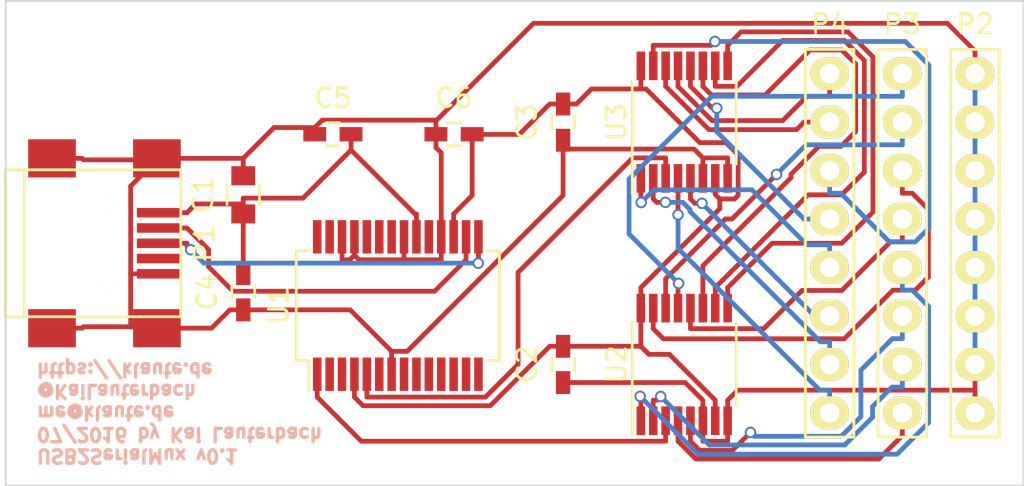
<source format=kicad_pcb>
(kicad_pcb (version 4) (host pcbnew 4.0.2+dfsg1-2~bpo8+1-stable)

  (general
    (links 62)
    (no_connects 0)
    (area 123.956999 91.025 180.368334 116.890001)
    (thickness 1.6)
    (drawings 5)
    (tracks 324)
    (zones 0)
    (modules 13)
    (nets 44)
  )

  (page A4)
  (layers
    (0 F.Cu signal)
    (31 B.Cu signal)
    (32 B.Adhes user)
    (33 F.Adhes user)
    (34 B.Paste user)
    (35 F.Paste user)
    (36 B.SilkS user)
    (37 F.SilkS user)
    (38 B.Mask user)
    (39 F.Mask user)
    (40 Dwgs.User user)
    (41 Cmts.User user)
    (42 Eco1.User user)
    (43 Eco2.User user)
    (44 Edge.Cuts user)
    (45 Margin user)
    (46 B.CrtYd user)
    (47 F.CrtYd user)
    (48 B.Fab user)
    (49 F.Fab user)
  )

  (setup
    (last_trace_width 0.25)
    (trace_clearance 0.2)
    (zone_clearance 0.508)
    (zone_45_only no)
    (trace_min 0.2)
    (segment_width 0.2)
    (edge_width 0.1)
    (via_size 0.6)
    (via_drill 0.4)
    (via_min_size 0.4)
    (via_min_drill 0.3)
    (uvia_size 0.3)
    (uvia_drill 0.1)
    (uvias_allowed no)
    (uvia_min_size 0.2)
    (uvia_min_drill 0.1)
    (pcb_text_width 0.3)
    (pcb_text_size 1.5 1.5)
    (mod_edge_width 0.15)
    (mod_text_size 1 1)
    (mod_text_width 0.15)
    (pad_size 1.5 1.5)
    (pad_drill 0.6)
    (pad_to_mask_clearance 0)
    (aux_axis_origin 0 0)
    (visible_elements FFFFFF7F)
    (pcbplotparams
      (layerselection 0x00030_80000001)
      (usegerberextensions false)
      (excludeedgelayer true)
      (linewidth 0.100000)
      (plotframeref false)
      (viasonmask false)
      (mode 1)
      (useauxorigin false)
      (hpglpennumber 1)
      (hpglpenspeed 20)
      (hpglpendiameter 15)
      (hpglpenoverlay 2)
      (psnegative false)
      (psa4output false)
      (plotreference true)
      (plotvalue true)
      (plotinvisibletext false)
      (padsonsilk false)
      (subtractmaskfromsilk false)
      (outputformat 1)
      (mirror false)
      (drillshape 1)
      (scaleselection 1)
      (outputdirectory ""))
  )

  (net 0 "")
  (net 1 GND)
  (net 2 +5V)
  (net 3 +3V3)
  (net 4 /D-)
  (net 5 /D+)
  (net 6 "Net-(P1-Pad4)")
  (net 7 "Net-(P3-Pad1)")
  (net 8 "Net-(P3-Pad2)")
  (net 9 "Net-(P3-Pad3)")
  (net 10 "Net-(P3-Pad4)")
  (net 11 "Net-(P3-Pad5)")
  (net 12 "Net-(P3-Pad6)")
  (net 13 "Net-(P3-Pad7)")
  (net 14 "Net-(P3-Pad8)")
  (net 15 "Net-(P4-Pad1)")
  (net 16 "Net-(P4-Pad2)")
  (net 17 "Net-(P4-Pad3)")
  (net 18 "Net-(P4-Pad4)")
  (net 19 "Net-(P4-Pad5)")
  (net 20 "Net-(P4-Pad6)")
  (net 21 "Net-(P4-Pad7)")
  (net 22 "Net-(P4-Pad8)")
  (net 23 /TxD_RxD)
  (net 24 "Net-(U1-Pad2)")
  (net 25 "Net-(U1-Pad3)")
  (net 26 /RxD_TxD)
  (net 27 "Net-(U1-Pad6)")
  (net 28 "Net-(U1-Pad8)")
  (net 29 "Net-(U1-Pad9)")
  (net 30 "Net-(U1-Pad10)")
  (net 31 "Net-(U1-Pad11)")
  (net 32 "Net-(U1-Pad12)")
  (net 33 "Net-(U1-Pad13)")
  (net 34 "Net-(U1-Pad14)")
  (net 35 "Net-(U1-Pad19)")
  (net 36 "Net-(U1-Pad22)")
  (net 37 "Net-(U1-Pad23)")
  (net 38 "Net-(U1-Pad24)")
  (net 39 "Net-(U1-Pad27)")
  (net 40 "Net-(U1-Pad28)")
  (net 41 /S2)
  (net 42 /S1)
  (net 43 /S0)

  (net_class Default "This is the default net class."
    (clearance 0.2)
    (trace_width 0.25)
    (via_dia 0.6)
    (via_drill 0.4)
    (uvia_dia 0.3)
    (uvia_drill 0.1)
    (add_net +3V3)
    (add_net +5V)
    (add_net /D+)
    (add_net /D-)
    (add_net /RxD_TxD)
    (add_net /S0)
    (add_net /S1)
    (add_net /S2)
    (add_net /TxD_RxD)
    (add_net GND)
    (add_net "Net-(P1-Pad4)")
    (add_net "Net-(P3-Pad1)")
    (add_net "Net-(P3-Pad2)")
    (add_net "Net-(P3-Pad3)")
    (add_net "Net-(P3-Pad4)")
    (add_net "Net-(P3-Pad5)")
    (add_net "Net-(P3-Pad6)")
    (add_net "Net-(P3-Pad7)")
    (add_net "Net-(P3-Pad8)")
    (add_net "Net-(P4-Pad1)")
    (add_net "Net-(P4-Pad2)")
    (add_net "Net-(P4-Pad3)")
    (add_net "Net-(P4-Pad4)")
    (add_net "Net-(P4-Pad5)")
    (add_net "Net-(P4-Pad6)")
    (add_net "Net-(P4-Pad7)")
    (add_net "Net-(P4-Pad8)")
    (add_net "Net-(U1-Pad10)")
    (add_net "Net-(U1-Pad11)")
    (add_net "Net-(U1-Pad12)")
    (add_net "Net-(U1-Pad13)")
    (add_net "Net-(U1-Pad14)")
    (add_net "Net-(U1-Pad19)")
    (add_net "Net-(U1-Pad2)")
    (add_net "Net-(U1-Pad22)")
    (add_net "Net-(U1-Pad23)")
    (add_net "Net-(U1-Pad24)")
    (add_net "Net-(U1-Pad27)")
    (add_net "Net-(U1-Pad28)")
    (add_net "Net-(U1-Pad3)")
    (add_net "Net-(U1-Pad6)")
    (add_net "Net-(U1-Pad8)")
    (add_net "Net-(U1-Pad9)")
  )

  (module Housings_SSOP:TSSOP-16_4.4x5mm_Pitch0.65mm (layer F.Cu) (tedit 5789E955) (tstamp 5789E0C1)
    (at 160.02 110.49 90)
    (descr "16-Lead Plastic Thin Shrink Small Outline (ST)-4.4 mm Body [TSSOP] (see Microchip Packaging Specification 00000049BS.pdf)")
    (tags "SSOP 0.65")
    (path /5789DF39)
    (attr smd)
    (fp_text reference U2 (at 0 -3.55 90) (layer F.SilkS)
      (effects (font (size 1 1) (thickness 0.15)))
    )
    (fp_text value 74HC4051 (at 0 3.55 90) (layer F.Fab) hide
      (effects (font (size 1 1) (thickness 0.15)))
    )
    (fp_line (start -3.95 -2.8) (end -3.95 2.8) (layer F.CrtYd) (width 0.05))
    (fp_line (start 3.95 -2.8) (end 3.95 2.8) (layer F.CrtYd) (width 0.05))
    (fp_line (start -3.95 -2.8) (end 3.95 -2.8) (layer F.CrtYd) (width 0.05))
    (fp_line (start -3.95 2.8) (end 3.95 2.8) (layer F.CrtYd) (width 0.05))
    (fp_line (start -2.2 2.725) (end 2.2 2.725) (layer F.SilkS) (width 0.15))
    (fp_line (start -3.775 -2.725) (end 2.2 -2.725) (layer F.SilkS) (width 0.15))
    (pad 1 smd rect (at -2.95 -2.275 90) (size 1.5 0.45) (layers F.Cu F.Paste F.Mask)
      (net 11 "Net-(P3-Pad5)"))
    (pad 2 smd rect (at -2.95 -1.625 90) (size 1.5 0.45) (layers F.Cu F.Paste F.Mask)
      (net 13 "Net-(P3-Pad7)"))
    (pad 3 smd rect (at -2.95 -0.975 90) (size 1.5 0.45) (layers F.Cu F.Paste F.Mask)
      (net 23 /TxD_RxD))
    (pad 4 smd rect (at -2.95 -0.325 90) (size 1.5 0.45) (layers F.Cu F.Paste F.Mask)
      (net 14 "Net-(P3-Pad8)"))
    (pad 5 smd rect (at -2.95 0.325 90) (size 1.5 0.45) (layers F.Cu F.Paste F.Mask)
      (net 12 "Net-(P3-Pad6)"))
    (pad 6 smd rect (at -2.95 0.975 90) (size 1.5 0.45) (layers F.Cu F.Paste F.Mask)
      (net 1 GND))
    (pad 7 smd rect (at -2.95 1.625 90) (size 1.5 0.45) (layers F.Cu F.Paste F.Mask)
      (net 3 +3V3))
    (pad 8 smd rect (at -2.95 2.275 90) (size 1.5 0.45) (layers F.Cu F.Paste F.Mask)
      (net 1 GND))
    (pad 9 smd rect (at 2.95 2.275 90) (size 1.5 0.45) (layers F.Cu F.Paste F.Mask)
      (net 41 /S2))
    (pad 10 smd rect (at 2.95 1.625 90) (size 1.5 0.45) (layers F.Cu F.Paste F.Mask)
      (net 42 /S1))
    (pad 11 smd rect (at 2.95 0.975 90) (size 1.5 0.45) (layers F.Cu F.Paste F.Mask)
      (net 43 /S0))
    (pad 12 smd rect (at 2.95 0.325 90) (size 1.5 0.45) (layers F.Cu F.Paste F.Mask)
      (net 10 "Net-(P3-Pad4)"))
    (pad 13 smd rect (at 2.95 -0.325 90) (size 1.5 0.45) (layers F.Cu F.Paste F.Mask)
      (net 7 "Net-(P3-Pad1)"))
    (pad 14 smd rect (at 2.95 -0.975 90) (size 1.5 0.45) (layers F.Cu F.Paste F.Mask)
      (net 8 "Net-(P3-Pad2)"))
    (pad 15 smd rect (at 2.95 -1.625 90) (size 1.5 0.45) (layers F.Cu F.Paste F.Mask)
      (net 9 "Net-(P3-Pad3)"))
    (pad 16 smd rect (at 2.95 -2.275 90) (size 1.5 0.45) (layers F.Cu F.Paste F.Mask)
      (net 3 +3V3))
    (model Housings_SSOP.3dshapes/TSSOP-16_4.4x5mm_Pitch0.65mm.wrl
      (at (xyz 0 0 0))
      (scale (xyz 1 1 1))
      (rotate (xyz 0 0 0))
    )
  )

  (module Housings_SSOP:SSOP-28_5.3x10.2mm_Pitch0.65mm (layer F.Cu) (tedit 5789E9AC) (tstamp 5789E0AD)
    (at 145.009 107.404 90)
    (descr "28-Lead Plastic Shrink Small Outline (SS)-5.30 mm Body [SSOP] (see Microchip Packaging Specification 00000049BS.pdf)")
    (tags "SSOP 0.65")
    (path /5789EA06)
    (attr smd)
    (fp_text reference U1 (at 0 -6.25 90) (layer F.SilkS)
      (effects (font (size 1 1) (thickness 0.15)))
    )
    (fp_text value FT232RL (at 0 6.25 90) (layer F.Fab) hide
      (effects (font (size 1 1) (thickness 0.15)))
    )
    (fp_line (start -4.75 -5.5) (end -4.75 5.5) (layer F.CrtYd) (width 0.05))
    (fp_line (start 4.75 -5.5) (end 4.75 5.5) (layer F.CrtYd) (width 0.05))
    (fp_line (start -4.75 -5.5) (end 4.75 -5.5) (layer F.CrtYd) (width 0.05))
    (fp_line (start -4.75 5.5) (end 4.75 5.5) (layer F.CrtYd) (width 0.05))
    (fp_line (start -2.875 -5.325) (end -2.875 -4.675) (layer F.SilkS) (width 0.15))
    (fp_line (start 2.875 -5.325) (end 2.875 -4.675) (layer F.SilkS) (width 0.15))
    (fp_line (start 2.875 5.325) (end 2.875 4.675) (layer F.SilkS) (width 0.15))
    (fp_line (start -2.875 5.325) (end -2.875 4.675) (layer F.SilkS) (width 0.15))
    (fp_line (start -2.875 -5.325) (end 2.875 -5.325) (layer F.SilkS) (width 0.15))
    (fp_line (start -2.875 5.325) (end 2.875 5.325) (layer F.SilkS) (width 0.15))
    (fp_line (start -2.875 -4.675) (end -4.475 -4.675) (layer F.SilkS) (width 0.15))
    (pad 1 smd rect (at -3.6 -4.225 90) (size 1.75 0.45) (layers F.Cu F.Paste F.Mask)
      (net 23 /TxD_RxD))
    (pad 2 smd rect (at -3.6 -3.575 90) (size 1.75 0.45) (layers F.Cu F.Paste F.Mask)
      (net 24 "Net-(U1-Pad2)"))
    (pad 3 smd rect (at -3.6 -2.925 90) (size 1.75 0.45) (layers F.Cu F.Paste F.Mask)
      (net 25 "Net-(U1-Pad3)"))
    (pad 4 smd rect (at -3.6 -2.275 90) (size 1.75 0.45) (layers F.Cu F.Paste F.Mask)
      (net 3 +3V3))
    (pad 5 smd rect (at -3.6 -1.625 90) (size 1.75 0.45) (layers F.Cu F.Paste F.Mask)
      (net 26 /RxD_TxD))
    (pad 6 smd rect (at -3.6 -0.975 90) (size 1.75 0.45) (layers F.Cu F.Paste F.Mask)
      (net 27 "Net-(U1-Pad6)"))
    (pad 7 smd rect (at -3.6 -0.325 90) (size 1.75 0.45) (layers F.Cu F.Paste F.Mask)
      (net 1 GND))
    (pad 8 smd rect (at -3.6 0.325 90) (size 1.75 0.45) (layers F.Cu F.Paste F.Mask)
      (net 28 "Net-(U1-Pad8)"))
    (pad 9 smd rect (at -3.6 0.975 90) (size 1.75 0.45) (layers F.Cu F.Paste F.Mask)
      (net 29 "Net-(U1-Pad9)"))
    (pad 10 smd rect (at -3.6 1.625 90) (size 1.75 0.45) (layers F.Cu F.Paste F.Mask)
      (net 30 "Net-(U1-Pad10)"))
    (pad 11 smd rect (at -3.6 2.275 90) (size 1.75 0.45) (layers F.Cu F.Paste F.Mask)
      (net 31 "Net-(U1-Pad11)"))
    (pad 12 smd rect (at -3.6 2.925 90) (size 1.75 0.45) (layers F.Cu F.Paste F.Mask)
      (net 32 "Net-(U1-Pad12)"))
    (pad 13 smd rect (at -3.6 3.575 90) (size 1.75 0.45) (layers F.Cu F.Paste F.Mask)
      (net 33 "Net-(U1-Pad13)"))
    (pad 14 smd rect (at -3.6 4.225 90) (size 1.75 0.45) (layers F.Cu F.Paste F.Mask)
      (net 34 "Net-(U1-Pad14)"))
    (pad 15 smd rect (at 3.6 4.225 90) (size 1.75 0.45) (layers F.Cu F.Paste F.Mask)
      (net 5 /D+))
    (pad 16 smd rect (at 3.6 3.575 90) (size 1.75 0.45) (layers F.Cu F.Paste F.Mask)
      (net 4 /D-))
    (pad 17 smd rect (at 3.6 2.925 90) (size 1.75 0.45) (layers F.Cu F.Paste F.Mask)
      (net 3 +3V3))
    (pad 18 smd rect (at 3.6 2.275 90) (size 1.75 0.45) (layers F.Cu F.Paste F.Mask)
      (net 1 GND))
    (pad 19 smd rect (at 3.6 1.625 90) (size 1.75 0.45) (layers F.Cu F.Paste F.Mask)
      (net 35 "Net-(U1-Pad19)"))
    (pad 20 smd rect (at 3.6 0.975 90) (size 1.75 0.45) (layers F.Cu F.Paste F.Mask)
      (net 2 +5V))
    (pad 21 smd rect (at 3.6 0.325 90) (size 1.75 0.45) (layers F.Cu F.Paste F.Mask)
      (net 1 GND))
    (pad 22 smd rect (at 3.6 -0.325 90) (size 1.75 0.45) (layers F.Cu F.Paste F.Mask)
      (net 36 "Net-(U1-Pad22)"))
    (pad 23 smd rect (at 3.6 -0.975 90) (size 1.75 0.45) (layers F.Cu F.Paste F.Mask)
      (net 37 "Net-(U1-Pad23)"))
    (pad 24 smd rect (at 3.6 -1.625 90) (size 1.75 0.45) (layers F.Cu F.Paste F.Mask)
      (net 38 "Net-(U1-Pad24)"))
    (pad 25 smd rect (at 3.6 -2.275 90) (size 1.75 0.45) (layers F.Cu F.Paste F.Mask)
      (net 1 GND))
    (pad 26 smd rect (at 3.6 -2.925 90) (size 1.75 0.45) (layers F.Cu F.Paste F.Mask)
      (net 1 GND))
    (pad 27 smd rect (at 3.6 -3.575 90) (size 1.75 0.45) (layers F.Cu F.Paste F.Mask)
      (net 39 "Net-(U1-Pad27)"))
    (pad 28 smd rect (at 3.6 -4.225 90) (size 1.75 0.45) (layers F.Cu F.Paste F.Mask)
      (net 40 "Net-(U1-Pad28)"))
    (model Housings_SSOP.3dshapes/SSOP-28_5.3x10.2mm_Pitch0.65mm.wrl
      (at (xyz 0 0 0))
      (scale (xyz 1 1 1))
      (rotate (xyz 0 0 0))
    )
  )

  (module Pin_Headers:Pin_Header_Straight_1x08 (layer F.Cu) (tedit 578A5A28) (tstamp 5789E08D)
    (at 167.64 95.25)
    (descr "Through hole pin header")
    (tags "pin header")
    (path /57880227)
    (fp_text reference P4 (at 0 -2.6) (layer F.SilkS)
      (effects (font (size 1 1) (thickness 0.15)))
    )
    (fp_text value CONN_01X08 (at 0 -3.1) (layer F.Fab) hide
      (effects (font (size 1 1) (thickness 0.15)))
    )
    (fp_line (start -1.27 1.27) (end -1.27 -1.27) (layer F.SilkS) (width 0.15))
    (fp_line (start -1.27 -1.27) (end 1.27 -1.27) (layer F.SilkS) (width 0.15))
    (fp_line (start 1.27 -1.27) (end 1.27 1.27) (layer F.SilkS) (width 0.15))
    (fp_line (start -1.75 -1.75) (end -1.75 19.55) (layer F.CrtYd) (width 0.05))
    (fp_line (start 1.75 -1.75) (end 1.75 19.55) (layer F.CrtYd) (width 0.05))
    (fp_line (start -1.75 -1.75) (end 1.75 -1.75) (layer F.CrtYd) (width 0.05))
    (fp_line (start -1.75 19.55) (end 1.75 19.55) (layer F.CrtYd) (width 0.05))
    (fp_line (start 1.27 1.27) (end 1.27 19.05) (layer F.SilkS) (width 0.15))
    (fp_line (start 1.27 19.05) (end -1.27 19.05) (layer F.SilkS) (width 0.15))
    (fp_line (start -1.27 19.05) (end -1.27 1.27) (layer F.SilkS) (width 0.15))
    (pad 1 thru_hole oval (at 0 0) (size 2.032 1.7272) (drill 1.016) (layers *.Cu *.Mask F.SilkS)
      (net 15 "Net-(P4-Pad1)"))
    (pad 2 thru_hole oval (at 0 2.54) (size 2.032 1.7272) (drill 1.016) (layers *.Cu *.Mask F.SilkS)
      (net 16 "Net-(P4-Pad2)"))
    (pad 3 thru_hole oval (at 0 5.08) (size 2.032 1.7272) (drill 1.016) (layers *.Cu *.Mask F.SilkS)
      (net 17 "Net-(P4-Pad3)"))
    (pad 4 thru_hole oval (at 0 7.62) (size 2.032 1.7272) (drill 1.016) (layers *.Cu *.Mask F.SilkS)
      (net 18 "Net-(P4-Pad4)"))
    (pad 5 thru_hole oval (at 0 10.16) (size 2.032 1.7272) (drill 1.016) (layers *.Cu *.Mask F.SilkS)
      (net 19 "Net-(P4-Pad5)"))
    (pad 6 thru_hole oval (at 0 12.7) (size 2.032 1.7272) (drill 1.016) (layers *.Cu *.Mask F.SilkS)
      (net 20 "Net-(P4-Pad6)"))
    (pad 7 thru_hole oval (at 0 15.24) (size 2.032 1.7272) (drill 1.016) (layers *.Cu *.Mask F.SilkS)
      (net 21 "Net-(P4-Pad7)"))
    (pad 8 thru_hole oval (at 0 17.78) (size 2.032 1.7272) (drill 1.016) (layers *.Cu *.Mask F.SilkS)
      (net 22 "Net-(P4-Pad8)"))
    (model Pin_Headers.3dshapes/Pin_Header_Straight_1x08.wrl
      (at (xyz 0 -0.35 0))
      (scale (xyz 1 1 1))
      (rotate (xyz 0 0 90))
    )
  )

  (module Pin_Headers:Pin_Header_Straight_1x08 (layer F.Cu) (tedit 578A5A87) (tstamp 5789E075)
    (at 175.26 95.25)
    (descr "Through hole pin header")
    (tags "pin header")
    (path /578802D4)
    (fp_text reference P2 (at 0 -2.6) (layer F.SilkS)
      (effects (font (size 1 1) (thickness 0.15)))
    )
    (fp_text value CONN_01X08 (at 0 -3.1) (layer F.Fab) hide
      (effects (font (size 1 1) (thickness 0.15)))
    )
    (fp_line (start -1.27 1.27) (end -1.27 -1.27) (layer F.SilkS) (width 0.15))
    (fp_line (start -1.27 -1.27) (end 1.27 -1.27) (layer F.SilkS) (width 0.15))
    (fp_line (start 1.27 -1.27) (end 1.27 1.27) (layer F.SilkS) (width 0.15))
    (fp_line (start -1.75 -1.75) (end -1.75 19.55) (layer F.CrtYd) (width 0.05))
    (fp_line (start 1.75 -1.75) (end 1.75 19.55) (layer F.CrtYd) (width 0.05))
    (fp_line (start -1.75 -1.75) (end 1.75 -1.75) (layer F.CrtYd) (width 0.05))
    (fp_line (start -1.75 19.55) (end 1.75 19.55) (layer F.CrtYd) (width 0.05))
    (fp_line (start 1.27 1.27) (end 1.27 19.05) (layer F.SilkS) (width 0.15))
    (fp_line (start 1.27 19.05) (end -1.27 19.05) (layer F.SilkS) (width 0.15))
    (fp_line (start -1.27 19.05) (end -1.27 1.27) (layer F.SilkS) (width 0.15))
    (pad 1 thru_hole oval (at 0 0) (size 2.032 1.7272) (drill 1.016) (layers *.Cu *.Mask F.SilkS)
      (net 1 GND))
    (pad 2 thru_hole oval (at 0 2.54) (size 2.032 1.7272) (drill 1.016) (layers *.Cu *.Mask F.SilkS)
      (net 1 GND))
    (pad 3 thru_hole oval (at 0 5.08) (size 2.032 1.7272) (drill 1.016) (layers *.Cu *.Mask F.SilkS)
      (net 1 GND))
    (pad 4 thru_hole oval (at 0 7.62) (size 2.032 1.7272) (drill 1.016) (layers *.Cu *.Mask F.SilkS)
      (net 1 GND))
    (pad 5 thru_hole oval (at 0 10.16) (size 2.032 1.7272) (drill 1.016) (layers *.Cu *.Mask F.SilkS)
      (net 1 GND))
    (pad 6 thru_hole oval (at 0 12.7) (size 2.032 1.7272) (drill 1.016) (layers *.Cu *.Mask F.SilkS)
      (net 1 GND))
    (pad 7 thru_hole oval (at 0 15.24) (size 2.032 1.7272) (drill 1.016) (layers *.Cu *.Mask F.SilkS)
      (net 1 GND))
    (pad 8 thru_hole oval (at 0 17.78) (size 2.032 1.7272) (drill 1.016) (layers *.Cu *.Mask F.SilkS)
      (net 1 GND))
    (model Pin_Headers.3dshapes/Pin_Header_Straight_1x08.wrl
      (at (xyz 0 -0.35 0))
      (scale (xyz 1 1 1))
      (rotate (xyz 0 0 90))
    )
  )

  (module Pin_Headers:Pin_Header_Straight_1x08 (layer F.Cu) (tedit 578A5A68) (tstamp 5789E081)
    (at 171.45 95.25)
    (descr "Through hole pin header")
    (tags "pin header")
    (path /578800A6)
    (fp_text reference P3 (at 0 -2.6) (layer F.SilkS)
      (effects (font (size 1 1) (thickness 0.15)))
    )
    (fp_text value CONN_01X08 (at 0 -3.1) (layer F.Fab) hide
      (effects (font (size 1 1) (thickness 0.15)))
    )
    (fp_line (start -1.27 1.27) (end -1.27 -1.27) (layer F.SilkS) (width 0.15))
    (fp_line (start -1.27 -1.27) (end 1.27 -1.27) (layer F.SilkS) (width 0.15))
    (fp_line (start 1.27 -1.27) (end 1.27 1.27) (layer F.SilkS) (width 0.15))
    (fp_line (start -1.75 -1.75) (end -1.75 19.55) (layer F.CrtYd) (width 0.05))
    (fp_line (start 1.75 -1.75) (end 1.75 19.55) (layer F.CrtYd) (width 0.05))
    (fp_line (start -1.75 -1.75) (end 1.75 -1.75) (layer F.CrtYd) (width 0.05))
    (fp_line (start -1.75 19.55) (end 1.75 19.55) (layer F.CrtYd) (width 0.05))
    (fp_line (start 1.27 1.27) (end 1.27 19.05) (layer F.SilkS) (width 0.15))
    (fp_line (start 1.27 19.05) (end -1.27 19.05) (layer F.SilkS) (width 0.15))
    (fp_line (start -1.27 19.05) (end -1.27 1.27) (layer F.SilkS) (width 0.15))
    (pad 1 thru_hole oval (at 0 0) (size 2.032 1.7272) (drill 1.016) (layers *.Cu *.Mask F.SilkS)
      (net 7 "Net-(P3-Pad1)"))
    (pad 2 thru_hole oval (at 0 2.54) (size 2.032 1.7272) (drill 1.016) (layers *.Cu *.Mask F.SilkS)
      (net 8 "Net-(P3-Pad2)"))
    (pad 3 thru_hole oval (at 0 5.08) (size 2.032 1.7272) (drill 1.016) (layers *.Cu *.Mask F.SilkS)
      (net 9 "Net-(P3-Pad3)"))
    (pad 4 thru_hole oval (at 0 7.62) (size 2.032 1.7272) (drill 1.016) (layers *.Cu *.Mask F.SilkS)
      (net 10 "Net-(P3-Pad4)"))
    (pad 5 thru_hole oval (at 0 10.16) (size 2.032 1.7272) (drill 1.016) (layers *.Cu *.Mask F.SilkS)
      (net 11 "Net-(P3-Pad5)"))
    (pad 6 thru_hole oval (at 0 12.7) (size 2.032 1.7272) (drill 1.016) (layers *.Cu *.Mask F.SilkS)
      (net 12 "Net-(P3-Pad6)"))
    (pad 7 thru_hole oval (at 0 15.24) (size 2.032 1.7272) (drill 1.016) (layers *.Cu *.Mask F.SilkS)
      (net 13 "Net-(P3-Pad7)"))
    (pad 8 thru_hole oval (at 0 17.78) (size 2.032 1.7272) (drill 1.016) (layers *.Cu *.Mask F.SilkS)
      (net 14 "Net-(P3-Pad8)"))
    (model Pin_Headers.3dshapes/Pin_Header_Straight_1x08.wrl
      (at (xyz 0 -0.35 0))
      (scale (xyz 1 1 1))
      (rotate (xyz 0 0 90))
    )
  )

  (module Capacitors_SMD:C_0805 (layer F.Cu) (tedit 5789E98B) (tstamp 5789E04A)
    (at 136.906 101.6 90)
    (descr "Capacitor SMD 0805, reflow soldering, AVX (see smccp.pdf)")
    (tags "capacitor 0805")
    (path /57894879)
    (attr smd)
    (fp_text reference C1 (at 0 -2.1 90) (layer F.SilkS)
      (effects (font (size 1 1) (thickness 0.15)))
    )
    (fp_text value 4,7u (at 0 2.1 90) (layer F.Fab) hide
      (effects (font (size 1 1) (thickness 0.15)))
    )
    (fp_line (start -1.8 -1) (end 1.8 -1) (layer F.CrtYd) (width 0.05))
    (fp_line (start -1.8 1) (end 1.8 1) (layer F.CrtYd) (width 0.05))
    (fp_line (start -1.8 -1) (end -1.8 1) (layer F.CrtYd) (width 0.05))
    (fp_line (start 1.8 -1) (end 1.8 1) (layer F.CrtYd) (width 0.05))
    (fp_line (start 0.5 -0.85) (end -0.5 -0.85) (layer F.SilkS) (width 0.15))
    (fp_line (start -0.5 0.85) (end 0.5 0.85) (layer F.SilkS) (width 0.15))
    (pad 1 smd rect (at -1 0 90) (size 1 1.25) (layers F.Cu F.Paste F.Mask)
      (net 2 +5V))
    (pad 2 smd rect (at 1 0 90) (size 1 1.25) (layers F.Cu F.Paste F.Mask)
      (net 1 GND))
    (model Capacitors_SMD.3dshapes/C_0805.wrl
      (at (xyz 0 0 0))
      (scale (xyz 1 1 1))
      (rotate (xyz 0 0 0))
    )
  )

  (module Capacitors_SMD:C_0603_HandSoldering (layer F.Cu) (tedit 5789E9B4) (tstamp 5789E050)
    (at 153.67 110.49 90)
    (descr "Capacitor SMD 0603, hand soldering")
    (tags "capacitor 0603")
    (path /57892EC4)
    (attr smd)
    (fp_text reference C2 (at 0 -1.9 90) (layer F.SilkS)
      (effects (font (size 1 1) (thickness 0.15)))
    )
    (fp_text value 100n (at 0 1.9 90) (layer F.Fab) hide
      (effects (font (size 1 1) (thickness 0.15)))
    )
    (fp_line (start -1.85 -0.75) (end 1.85 -0.75) (layer F.CrtYd) (width 0.05))
    (fp_line (start -1.85 0.75) (end 1.85 0.75) (layer F.CrtYd) (width 0.05))
    (fp_line (start -1.85 -0.75) (end -1.85 0.75) (layer F.CrtYd) (width 0.05))
    (fp_line (start 1.85 -0.75) (end 1.85 0.75) (layer F.CrtYd) (width 0.05))
    (fp_line (start -0.35 -0.6) (end 0.35 -0.6) (layer F.SilkS) (width 0.15))
    (fp_line (start 0.35 0.6) (end -0.35 0.6) (layer F.SilkS) (width 0.15))
    (pad 1 smd rect (at -0.95 0 90) (size 1.2 0.75) (layers F.Cu F.Paste F.Mask)
      (net 1 GND))
    (pad 2 smd rect (at 0.95 0 90) (size 1.2 0.75) (layers F.Cu F.Paste F.Mask)
      (net 3 +3V3))
    (model Capacitors_SMD.3dshapes/C_0603_HandSoldering.wrl
      (at (xyz 0 0 0))
      (scale (xyz 1 1 1))
      (rotate (xyz 0 0 0))
    )
  )

  (module Capacitors_SMD:C_0603_HandSoldering (layer F.Cu) (tedit 5789E93C) (tstamp 5789E056)
    (at 153.67 97.79 90)
    (descr "Capacitor SMD 0603, hand soldering")
    (tags "capacitor 0603")
    (path /57893092)
    (attr smd)
    (fp_text reference C3 (at 0 -1.9 90) (layer F.SilkS)
      (effects (font (size 1 1) (thickness 0.15)))
    )
    (fp_text value 100n (at 0 1.9 90) (layer F.Fab) hide
      (effects (font (size 1 1) (thickness 0.15)))
    )
    (fp_line (start -1.85 -0.75) (end 1.85 -0.75) (layer F.CrtYd) (width 0.05))
    (fp_line (start -1.85 0.75) (end 1.85 0.75) (layer F.CrtYd) (width 0.05))
    (fp_line (start -1.85 -0.75) (end -1.85 0.75) (layer F.CrtYd) (width 0.05))
    (fp_line (start 1.85 -0.75) (end 1.85 0.75) (layer F.CrtYd) (width 0.05))
    (fp_line (start -0.35 -0.6) (end 0.35 -0.6) (layer F.SilkS) (width 0.15))
    (fp_line (start 0.35 0.6) (end -0.35 0.6) (layer F.SilkS) (width 0.15))
    (pad 1 smd rect (at -0.95 0 90) (size 1.2 0.75) (layers F.Cu F.Paste F.Mask)
      (net 1 GND))
    (pad 2 smd rect (at 0.95 0 90) (size 1.2 0.75) (layers F.Cu F.Paste F.Mask)
      (net 3 +3V3))
    (model Capacitors_SMD.3dshapes/C_0603_HandSoldering.wrl
      (at (xyz 0 0 0))
      (scale (xyz 1 1 1))
      (rotate (xyz 0 0 0))
    )
  )

  (module Capacitors_SMD:C_0603_HandSoldering (layer F.Cu) (tedit 5789E9A1) (tstamp 5789E05C)
    (at 136.906 106.68 270)
    (descr "Capacitor SMD 0603, hand soldering")
    (tags "capacitor 0603")
    (path /578961B9)
    (attr smd)
    (fp_text reference C4 (at 0 1.9 270) (layer F.SilkS)
      (effects (font (size 1 1) (thickness 0.15)))
    )
    (fp_text value 10n (at 0 1.9 270) (layer F.Fab) hide
      (effects (font (size 1 1) (thickness 0.15)))
    )
    (fp_line (start -1.85 -0.75) (end 1.85 -0.75) (layer F.CrtYd) (width 0.05))
    (fp_line (start -1.85 0.75) (end 1.85 0.75) (layer F.CrtYd) (width 0.05))
    (fp_line (start -1.85 -0.75) (end -1.85 0.75) (layer F.CrtYd) (width 0.05))
    (fp_line (start 1.85 -0.75) (end 1.85 0.75) (layer F.CrtYd) (width 0.05))
    (fp_line (start -0.35 -0.6) (end 0.35 -0.6) (layer F.SilkS) (width 0.15))
    (fp_line (start 0.35 0.6) (end -0.35 0.6) (layer F.SilkS) (width 0.15))
    (pad 1 smd rect (at -0.95 0 270) (size 1.2 0.75) (layers F.Cu F.Paste F.Mask)
      (net 2 +5V))
    (pad 2 smd rect (at 0.95 0 270) (size 1.2 0.75) (layers F.Cu F.Paste F.Mask)
      (net 1 GND))
    (model Capacitors_SMD.3dshapes/C_0603_HandSoldering.wrl
      (at (xyz 0 0 0))
      (scale (xyz 1 1 1))
      (rotate (xyz 0 0 0))
    )
  )

  (module Housings_SSOP:TSSOP-16_4.4x5mm_Pitch0.65mm (layer F.Cu) (tedit 5789E94E) (tstamp 5789E0D5)
    (at 160.02 97.79 90)
    (descr "16-Lead Plastic Thin Shrink Small Outline (ST)-4.4 mm Body [TSSOP] (see Microchip Packaging Specification 00000049BS.pdf)")
    (tags "SSOP 0.65")
    (path /5789E407)
    (attr smd)
    (fp_text reference U3 (at 0 -3.55 90) (layer F.SilkS)
      (effects (font (size 1 1) (thickness 0.15)))
    )
    (fp_text value 74HCT4051 (at 0 3.55 90) (layer F.Fab) hide
      (effects (font (size 1 1) (thickness 0.15)))
    )
    (fp_line (start -3.95 -2.8) (end -3.95 2.8) (layer F.CrtYd) (width 0.05))
    (fp_line (start 3.95 -2.8) (end 3.95 2.8) (layer F.CrtYd) (width 0.05))
    (fp_line (start -3.95 -2.8) (end 3.95 -2.8) (layer F.CrtYd) (width 0.05))
    (fp_line (start -3.95 2.8) (end 3.95 2.8) (layer F.CrtYd) (width 0.05))
    (fp_line (start -2.2 2.725) (end 2.2 2.725) (layer F.SilkS) (width 0.15))
    (fp_line (start -3.775 -2.725) (end 2.2 -2.725) (layer F.SilkS) (width 0.15))
    (pad 1 smd rect (at -2.95 -2.275 90) (size 1.5 0.45) (layers F.Cu F.Paste F.Mask)
      (net 19 "Net-(P4-Pad5)"))
    (pad 2 smd rect (at -2.95 -1.625 90) (size 1.5 0.45) (layers F.Cu F.Paste F.Mask)
      (net 21 "Net-(P4-Pad7)"))
    (pad 3 smd rect (at -2.95 -0.975 90) (size 1.5 0.45) (layers F.Cu F.Paste F.Mask)
      (net 26 /RxD_TxD))
    (pad 4 smd rect (at -2.95 -0.325 90) (size 1.5 0.45) (layers F.Cu F.Paste F.Mask)
      (net 22 "Net-(P4-Pad8)"))
    (pad 5 smd rect (at -2.95 0.325 90) (size 1.5 0.45) (layers F.Cu F.Paste F.Mask)
      (net 20 "Net-(P4-Pad6)"))
    (pad 6 smd rect (at -2.95 0.975 90) (size 1.5 0.45) (layers F.Cu F.Paste F.Mask)
      (net 1 GND))
    (pad 7 smd rect (at -2.95 1.625 90) (size 1.5 0.45) (layers F.Cu F.Paste F.Mask)
      (net 3 +3V3))
    (pad 8 smd rect (at -2.95 2.275 90) (size 1.5 0.45) (layers F.Cu F.Paste F.Mask)
      (net 1 GND))
    (pad 9 smd rect (at 2.95 2.275 90) (size 1.5 0.45) (layers F.Cu F.Paste F.Mask)
      (net 41 /S2))
    (pad 10 smd rect (at 2.95 1.625 90) (size 1.5 0.45) (layers F.Cu F.Paste F.Mask)
      (net 42 /S1))
    (pad 11 smd rect (at 2.95 0.975 90) (size 1.5 0.45) (layers F.Cu F.Paste F.Mask)
      (net 43 /S0))
    (pad 12 smd rect (at 2.95 0.325 90) (size 1.5 0.45) (layers F.Cu F.Paste F.Mask)
      (net 18 "Net-(P4-Pad4)"))
    (pad 13 smd rect (at 2.95 -0.325 90) (size 1.5 0.45) (layers F.Cu F.Paste F.Mask)
      (net 15 "Net-(P4-Pad1)"))
    (pad 14 smd rect (at 2.95 -0.975 90) (size 1.5 0.45) (layers F.Cu F.Paste F.Mask)
      (net 16 "Net-(P4-Pad2)"))
    (pad 15 smd rect (at 2.95 -1.625 90) (size 1.5 0.45) (layers F.Cu F.Paste F.Mask)
      (net 17 "Net-(P4-Pad3)"))
    (pad 16 smd rect (at 2.95 -2.275 90) (size 1.5 0.45) (layers F.Cu F.Paste F.Mask)
      (net 3 +3V3))
    (model Housings_SSOP.3dshapes/TSSOP-16_4.4x5mm_Pitch0.65mm.wrl
      (at (xyz 0 0 0))
      (scale (xyz 1 1 1))
      (rotate (xyz 0 0 0))
    )
  )

  (module Capacitors_SMD:C_0603_HandSoldering (layer F.Cu) (tedit 5789E95E) (tstamp 5789E66D)
    (at 141.605 98.425)
    (descr "Capacitor SMD 0603, hand soldering")
    (tags "capacitor 0603")
    (path /57892620)
    (attr smd)
    (fp_text reference C5 (at 0 -1.9) (layer F.SilkS)
      (effects (font (size 1 1) (thickness 0.15)))
    )
    (fp_text value 100n (at 0 1.9) (layer F.Fab) hide
      (effects (font (size 1 1) (thickness 0.15)))
    )
    (fp_line (start -1.85 -0.75) (end 1.85 -0.75) (layer F.CrtYd) (width 0.05))
    (fp_line (start -1.85 0.75) (end 1.85 0.75) (layer F.CrtYd) (width 0.05))
    (fp_line (start -1.85 -0.75) (end -1.85 0.75) (layer F.CrtYd) (width 0.05))
    (fp_line (start 1.85 -0.75) (end 1.85 0.75) (layer F.CrtYd) (width 0.05))
    (fp_line (start -0.35 -0.6) (end 0.35 -0.6) (layer F.SilkS) (width 0.15))
    (fp_line (start 0.35 0.6) (end -0.35 0.6) (layer F.SilkS) (width 0.15))
    (pad 1 smd rect (at -0.95 0) (size 1.2 0.75) (layers F.Cu F.Paste F.Mask)
      (net 1 GND))
    (pad 2 smd rect (at 0.95 0) (size 1.2 0.75) (layers F.Cu F.Paste F.Mask)
      (net 2 +5V))
    (model Capacitors_SMD.3dshapes/C_0603_HandSoldering.wrl
      (at (xyz 0 0 0))
      (scale (xyz 1 1 1))
      (rotate (xyz 0 0 0))
    )
  )

  (module Capacitors_SMD:C_0603_HandSoldering (layer F.Cu) (tedit 5789E981) (tstamp 5789E673)
    (at 147.955 98.425 180)
    (descr "Capacitor SMD 0603, hand soldering")
    (tags "capacitor 0603")
    (path /57892501)
    (attr smd)
    (fp_text reference C6 (at 0 1.9 180) (layer F.SilkS)
      (effects (font (size 1 1) (thickness 0.15)))
    )
    (fp_text value 100n (at 0 1.9 180) (layer F.Fab) hide
      (effects (font (size 1 1) (thickness 0.15)))
    )
    (fp_line (start -1.85 -0.75) (end 1.85 -0.75) (layer F.CrtYd) (width 0.05))
    (fp_line (start -1.85 0.75) (end 1.85 0.75) (layer F.CrtYd) (width 0.05))
    (fp_line (start -1.85 -0.75) (end -1.85 0.75) (layer F.CrtYd) (width 0.05))
    (fp_line (start 1.85 -0.75) (end 1.85 0.75) (layer F.CrtYd) (width 0.05))
    (fp_line (start -0.35 -0.6) (end 0.35 -0.6) (layer F.SilkS) (width 0.15))
    (fp_line (start 0.35 0.6) (end -0.35 0.6) (layer F.SilkS) (width 0.15))
    (pad 1 smd rect (at -0.95 0 180) (size 1.2 0.75) (layers F.Cu F.Paste F.Mask)
      (net 3 +3V3))
    (pad 2 smd rect (at 0.95 0 180) (size 1.2 0.75) (layers F.Cu F.Paste F.Mask)
      (net 1 GND))
    (model Capacitors_SMD.3dshapes/C_0603_HandSoldering.wrl
      (at (xyz 0 0 0))
      (scale (xyz 1 1 1))
      (rotate (xyz 0 0 0))
    )
  )

  (module Connect:USB_Mini-B (layer F.Cu) (tedit 578A65F5) (tstamp 578A65DB)
    (at 129.032 104.14)
    (descr "USB Mini-B 5-pin SMD connector")
    (tags "USB USB_B USB_Mini connector")
    (path /578834A3)
    (attr smd)
    (fp_text reference P1 (at 5.842 0 90) (layer F.SilkS)
      (effects (font (size 1 1) (thickness 0.15)))
    )
    (fp_text value USB_OTG (at 0 -7.0993) (layer F.Fab) hide
      (effects (font (size 1 1) (thickness 0.15)))
    )
    (fp_line (start -4.85 -5.7) (end 4.85 -5.7) (layer F.CrtYd) (width 0.05))
    (fp_line (start 4.85 -5.7) (end 4.85 5.7) (layer F.CrtYd) (width 0.05))
    (fp_line (start 4.85 5.7) (end -4.85 5.7) (layer F.CrtYd) (width 0.05))
    (fp_line (start -4.85 5.7) (end -4.85 -5.7) (layer F.CrtYd) (width 0.05))
    (fp_line (start -3.59918 -3.85064) (end -3.59918 3.85064) (layer F.SilkS) (width 0.15))
    (fp_line (start -4.59994 -3.85064) (end -4.59994 3.85064) (layer F.SilkS) (width 0.15))
    (fp_line (start -4.59994 3.85064) (end 4.59994 3.85064) (layer F.SilkS) (width 0.15))
    (fp_line (start 4.59994 3.85064) (end 4.59994 -3.85064) (layer F.SilkS) (width 0.15))
    (fp_line (start 4.59994 -3.85064) (end -4.59994 -3.85064) (layer F.SilkS) (width 0.15))
    (pad 1 smd rect (at 3.44932 -1.6002) (size 2.30124 0.50038) (layers F.Cu F.Paste F.Mask)
      (net 2 +5V))
    (pad 2 smd rect (at 3.44932 -0.8001) (size 2.30124 0.50038) (layers F.Cu F.Paste F.Mask)
      (net 4 /D-))
    (pad 3 smd rect (at 3.44932 0) (size 2.30124 0.50038) (layers F.Cu F.Paste F.Mask)
      (net 5 /D+))
    (pad 4 smd rect (at 3.44932 0.8001) (size 2.30124 0.50038) (layers F.Cu F.Paste F.Mask)
      (net 6 "Net-(P1-Pad4)"))
    (pad 5 smd rect (at 3.44932 1.6002) (size 2.30124 0.50038) (layers F.Cu F.Paste F.Mask)
      (net 1 GND))
    (pad 6 smd rect (at 3.35026 -4.45008) (size 2.49936 1.99898) (layers F.Cu F.Paste F.Mask)
      (net 1 GND))
    (pad 6 smd rect (at -2.14884 -4.45008) (size 2.49936 1.99898) (layers F.Cu F.Paste F.Mask)
      (net 1 GND))
    (pad 6 smd rect (at 3.35026 4.45008) (size 2.49936 1.99898) (layers F.Cu F.Paste F.Mask)
      (net 1 GND))
    (pad 6 smd rect (at -2.14884 4.45008) (size 2.49936 1.99898) (layers F.Cu F.Paste F.Mask)
      (net 1 GND))
    (pad "" np_thru_hole circle (at 0.8509 -2.19964) (size 0.89916 0.89916) (drill 0.89916) (layers *.Cu *.Mask F.SilkS))
    (pad "" np_thru_hole circle (at 0.8509 2.19964) (size 0.89916 0.89916) (drill 0.89916) (layers *.Cu *.Mask F.SilkS))
  )

  (gr_text "USB2SerialMux v0.1\n07/2016 by Kai Lauterbach\nme@klaute.de\n@KaiLauterbach\nhttps://klaute.de" (at 125.984 113.03 180) (layer B.SilkS)
    (effects (font (size 0.7 0.7) (thickness 0.175)) (justify left mirror))
  )
  (gr_line (start 177.8 116.84) (end 124.46 116.84) (angle 90) (layer Edge.Cuts) (width 0.1))
  (gr_line (start 177.8 91.44) (end 177.8 116.84) (angle 90) (layer Edge.Cuts) (width 0.1))
  (gr_line (start 124.46 91.44) (end 177.8 91.44) (angle 90) (layer Edge.Cuts) (width 0.1))
  (gr_line (start 124.46 116.84) (end 124.46 91.44) (angle 90) (layer Edge.Cuts) (width 0.1))

  (segment (start 175.26 100.33) (end 175.26 97.79) (width 0.25) (layer B.Cu) (net 1))
  (segment (start 175.26 97.79) (end 175.26 95.25) (width 0.25) (layer B.Cu) (net 1))
  (segment (start 128.5349 99.7666) (end 132.3823 99.7666) (width 0.25) (layer F.Cu) (net 1))
  (segment (start 128.4582 99.6899) (end 128.5349 99.7666) (width 0.25) (layer F.Cu) (net 1))
  (segment (start 132.3823 99.6899) (end 132.3823 99.7666) (width 0.25) (layer F.Cu) (net 1))
  (segment (start 126.8832 99.6899) (end 128.4582 99.6899) (width 0.25) (layer F.Cu) (net 1))
  (segment (start 140.655 98.425) (end 140.655 98.0748) (width 0.25) (layer F.Cu) (net 1))
  (segment (start 136.906 100.6) (end 136.906 99.7747) (width 0.25) (layer F.Cu) (net 1))
  (segment (start 175.26 113.03) (end 175.26 111.8411) (width 0.25) (layer F.Cu) (net 1))
  (segment (start 175.26 100.33) (end 175.26 101.5189) (width 0.25) (layer B.Cu) (net 1))
  (segment (start 175.26 105.41) (end 175.26 102.87) (width 0.25) (layer B.Cu) (net 1))
  (segment (start 175.26 102.87) (end 175.26 101.5189) (width 0.25) (layer B.Cu) (net 1))
  (segment (start 132.3823 99.6899) (end 133.9573 99.6899) (width 0.25) (layer F.Cu) (net 1))
  (segment (start 136.906 99.6899) (end 133.9573 99.6899) (width 0.25) (layer F.Cu) (net 1))
  (segment (start 136.906 99.6899) (end 136.906 99.7747) (width 0.25) (layer F.Cu) (net 1))
  (segment (start 142.734 103.804) (end 142.734 104.4041) (width 0.25) (layer F.Cu) (net 1))
  (segment (start 142.084 103.804) (end 142.084 105.0043) (width 0.25) (layer F.Cu) (net 1))
  (segment (start 131.0054 101.1435) (end 132.3823 99.7666) (width 0.25) (layer F.Cu) (net 1))
  (segment (start 131.0054 105.7402) (end 131.0054 101.1435) (width 0.25) (layer F.Cu) (net 1))
  (segment (start 132.4813 105.7402) (end 131.0054 105.7402) (width 0.25) (layer F.Cu) (net 1))
  (segment (start 147.284 103.804) (end 147.284 105.0043) (width 0.25) (layer F.Cu) (net 1))
  (segment (start 126.8832 108.5901) (end 128.4582 108.5901) (width 0.25) (layer F.Cu) (net 1))
  (segment (start 145.334 105.0043) (end 147.284 105.0043) (width 0.25) (layer F.Cu) (net 1))
  (segment (start 145.334 103.804) (end 145.334 105.0043) (width 0.25) (layer F.Cu) (net 1))
  (segment (start 142.9712 105.0043) (end 145.334 105.0043) (width 0.25) (layer F.Cu) (net 1))
  (segment (start 142.734 104.7671) (end 142.9712 105.0043) (width 0.25) (layer F.Cu) (net 1))
  (segment (start 142.734 104.4041) (end 142.734 104.7671) (width 0.25) (layer F.Cu) (net 1))
  (segment (start 142.4968 105.0043) (end 142.084 105.0043) (width 0.25) (layer F.Cu) (net 1))
  (segment (start 142.734 104.7671) (end 142.4968 105.0043) (width 0.25) (layer F.Cu) (net 1))
  (segment (start 175.26 105.41) (end 175.26 107.95) (width 0.25) (layer B.Cu) (net 1))
  (segment (start 175.26 107.95) (end 175.26 110.49) (width 0.25) (layer B.Cu) (net 1))
  (segment (start 160.0703 111.44) (end 154.3703 111.44) (width 0.25) (layer F.Cu) (net 1))
  (segment (start 160.995 112.3647) (end 160.0703 111.44) (width 0.25) (layer F.Cu) (net 1))
  (segment (start 138.5211 98.0748) (end 136.906 99.6899) (width 0.25) (layer F.Cu) (net 1))
  (segment (start 140.655 98.0748) (end 138.5211 98.0748) (width 0.25) (layer F.Cu) (net 1))
  (segment (start 153.9076 111.44) (end 154.3703 111.44) (width 0.25) (layer F.Cu) (net 1))
  (segment (start 153.9076 111.44) (end 153.67 111.44) (width 0.25) (layer F.Cu) (net 1))
  (segment (start 141.0408 97.689) (end 140.655 98.0748) (width 0.25) (layer F.Cu) (net 1))
  (segment (start 146.9692 97.689) (end 141.0408 97.689) (width 0.25) (layer F.Cu) (net 1))
  (segment (start 147.005 97.7248) (end 146.9692 97.689) (width 0.25) (layer F.Cu) (net 1))
  (segment (start 175.26 95.25) (end 175.26 94.0611) (width 0.25) (layer F.Cu) (net 1))
  (segment (start 160.995 113.44) (end 160.995 112.3647) (width 0.25) (layer F.Cu) (net 1))
  (segment (start 147.005 98.425) (end 147.005 97.7248) (width 0.25) (layer F.Cu) (net 1))
  (segment (start 147.284 99.4043) (end 147.284 103.804) (width 0.25) (layer F.Cu) (net 1))
  (segment (start 147.005 99.1253) (end 147.284 99.4043) (width 0.25) (layer F.Cu) (net 1))
  (segment (start 147.005 98.425) (end 147.005 99.1253) (width 0.25) (layer F.Cu) (net 1))
  (segment (start 162.295 114.5153) (end 160.995 114.5153) (width 0.25) (layer F.Cu) (net 1))
  (segment (start 162.295 113.44) (end 162.295 114.5153) (width 0.25) (layer F.Cu) (net 1))
  (segment (start 160.995 113.44) (end 160.995 114.5153) (width 0.25) (layer F.Cu) (net 1))
  (segment (start 160.995 100.74) (end 160.995 99.6647) (width 0.25) (layer F.Cu) (net 1))
  (segment (start 162.295 99.6647) (end 160.995 99.6647) (width 0.25) (layer F.Cu) (net 1))
  (segment (start 162.295 100.74) (end 162.295 99.6647) (width 0.25) (layer F.Cu) (net 1))
  (segment (start 175.26 110.49) (end 175.26 111.8411) (width 0.25) (layer F.Cu) (net 1))
  (segment (start 162.295 113.44) (end 162.295 112.3647) (width 0.25) (layer F.Cu) (net 1))
  (segment (start 162.8186 111.8411) (end 162.295 112.3647) (width 0.25) (layer F.Cu) (net 1))
  (segment (start 175.26 111.8411) (end 162.8186 111.8411) (width 0.25) (layer F.Cu) (net 1))
  (segment (start 128.5349 108.5134) (end 131.0054 108.5134) (width 0.25) (layer F.Cu) (net 1))
  (segment (start 128.4582 108.5901) (end 128.5349 108.5134) (width 0.25) (layer F.Cu) (net 1))
  (segment (start 131.0054 108.5134) (end 131.0054 105.7402) (width 0.25) (layer F.Cu) (net 1))
  (segment (start 152.1182 92.6116) (end 147.005 97.7248) (width 0.25) (layer F.Cu) (net 1))
  (segment (start 173.8105 92.6116) (end 152.1182 92.6116) (width 0.25) (layer F.Cu) (net 1))
  (segment (start 175.26 94.0611) (end 173.8105 92.6116) (width 0.25) (layer F.Cu) (net 1))
  (segment (start 144.684 111.004) (end 144.684 109.9163) (width 0.25) (layer F.Cu) (net 1))
  (segment (start 144.684 109.9163) (end 144.684 109.8037) (width 0.25) (layer F.Cu) (net 1))
  (segment (start 153.67 101.63) (end 153.67 99.2031) (width 0.25) (layer F.Cu) (net 1))
  (segment (start 145.4963 109.8037) (end 153.67 101.63) (width 0.25) (layer F.Cu) (net 1))
  (segment (start 144.684 109.8037) (end 145.4963 109.8037) (width 0.25) (layer F.Cu) (net 1))
  (segment (start 160.5334 99.2031) (end 153.67 99.2031) (width 0.25) (layer F.Cu) (net 1))
  (segment (start 160.995 99.6647) (end 160.5334 99.2031) (width 0.25) (layer F.Cu) (net 1))
  (segment (start 153.67 99.2031) (end 153.67 98.74) (width 0.25) (layer F.Cu) (net 1))
  (segment (start 132.3056 108.5134) (end 132.3823 108.5901) (width 0.25) (layer F.Cu) (net 1))
  (segment (start 131.0054 108.5134) (end 132.3056 108.5134) (width 0.25) (layer F.Cu) (net 1))
  (segment (start 142.5103 107.63) (end 144.684 109.8037) (width 0.25) (layer F.Cu) (net 1))
  (segment (start 136.906 107.63) (end 142.5103 107.63) (width 0.25) (layer F.Cu) (net 1))
  (segment (start 135.2456 108.5901) (end 132.3823 108.5901) (width 0.25) (layer F.Cu) (net 1))
  (segment (start 136.2057 107.63) (end 135.2456 108.5901) (width 0.25) (layer F.Cu) (net 1))
  (segment (start 136.906 107.63) (end 136.2057 107.63) (width 0.25) (layer F.Cu) (net 1))
  (segment (start 142.555 98.491) (end 142.555 98.425) (width 0.25) (layer F.Cu) (net 2))
  (segment (start 136.906 105.73) (end 136.906 102.6) (width 0.25) (layer F.Cu) (net 2))
  (segment (start 145.984 103.804) (end 145.984 102.6037) (width 0.25) (layer F.Cu) (net 2))
  (segment (start 142.555 98.491) (end 142.555 99.254) (width 0.25) (layer F.Cu) (net 2))
  (segment (start 145.9047 102.6037) (end 145.984 102.6037) (width 0.25) (layer F.Cu) (net 2))
  (segment (start 142.555 99.254) (end 145.9047 102.6037) (width 0.25) (layer F.Cu) (net 2))
  (segment (start 140.0343 101.7747) (end 136.906 101.7747) (width 0.25) (layer F.Cu) (net 2))
  (segment (start 142.555 99.254) (end 140.0343 101.7747) (width 0.25) (layer F.Cu) (net 2))
  (segment (start 134.4178 102.0792) (end 136.906 102.0792) (width 0.25) (layer F.Cu) (net 2))
  (segment (start 133.9572 102.5398) (end 134.4178 102.0792) (width 0.25) (layer F.Cu) (net 2))
  (segment (start 136.906 102.6) (end 136.906 102.0792) (width 0.25) (layer F.Cu) (net 2))
  (segment (start 136.906 102.0792) (end 136.906 101.7747) (width 0.25) (layer F.Cu) (net 2))
  (segment (start 132.4813 102.5398) (end 133.9572 102.5398) (width 0.25) (layer F.Cu) (net 2))
  (segment (start 157.745 94.84) (end 157.745 95.9153) (width 0.25) (layer F.Cu) (net 3))
  (segment (start 161.645 101.165) (end 161.645 100.74) (width 0.25) (layer F.Cu) (net 3))
  (segment (start 154.0202 96.84) (end 154.3703 96.84) (width 0.25) (layer F.Cu) (net 3))
  (segment (start 157.745 107.54) (end 157.745 108.6153) (width 0.25) (layer F.Cu) (net 3))
  (segment (start 161.645 113.44) (end 161.645 112.3647) (width 0.25) (layer F.Cu) (net 3))
  (segment (start 147.934 103.804) (end 147.934 102.6037) (width 0.25) (layer F.Cu) (net 3))
  (segment (start 148.905 101.6327) (end 148.905 98.7751) (width 0.25) (layer F.Cu) (net 3))
  (segment (start 147.934 102.6037) (end 148.905 101.6327) (width 0.25) (layer F.Cu) (net 3))
  (segment (start 142.734 111.004) (end 142.734 112.2043) (width 0.25) (layer F.Cu) (net 3))
  (segment (start 153.67 109.54) (end 152.9697 109.54) (width 0.25) (layer F.Cu) (net 3))
  (segment (start 154.0202 96.84) (end 153.67 96.84) (width 0.25) (layer F.Cu) (net 3))
  (segment (start 153.67 109.54) (end 154.3703 109.54) (width 0.25) (layer F.Cu) (net 3))
  (segment (start 157.745 109.54) (end 154.3703 109.54) (width 0.25) (layer F.Cu) (net 3))
  (segment (start 157.745 108.6153) (end 157.745 109.54) (width 0.25) (layer F.Cu) (net 3))
  (segment (start 159.242 109.9617) (end 161.645 112.3647) (width 0.25) (layer F.Cu) (net 3))
  (segment (start 158.1667 109.9617) (end 159.242 109.9617) (width 0.25) (layer F.Cu) (net 3))
  (segment (start 157.745 109.54) (end 158.1667 109.9617) (width 0.25) (layer F.Cu) (net 3))
  (segment (start 149.8551 112.6546) (end 152.9697 109.54) (width 0.25) (layer F.Cu) (net 3))
  (segment (start 143.1843 112.6546) (end 149.8551 112.6546) (width 0.25) (layer F.Cu) (net 3))
  (segment (start 142.734 112.2043) (end 143.1843 112.6546) (width 0.25) (layer F.Cu) (net 3))
  (segment (start 148.905 98.425) (end 148.905 98.4359) (width 0.25) (layer F.Cu) (net 3))
  (segment (start 148.905 98.4359) (end 148.905 98.7751) (width 0.25) (layer F.Cu) (net 3))
  (segment (start 151.3738 98.4359) (end 152.9697 96.84) (width 0.25) (layer F.Cu) (net 3))
  (segment (start 148.905 98.4359) (end 151.3738 98.4359) (width 0.25) (layer F.Cu) (net 3))
  (segment (start 153.67 96.84) (end 152.9697 96.84) (width 0.25) (layer F.Cu) (net 3))
  (segment (start 155.158 96.0523) (end 157.745 96.0523) (width 0.25) (layer F.Cu) (net 3))
  (segment (start 154.3703 96.84) (end 155.158 96.0523) (width 0.25) (layer F.Cu) (net 3))
  (segment (start 157.745 96.0523) (end 157.745 95.9153) (width 0.25) (layer F.Cu) (net 3))
  (segment (start 157.745 107.54) (end 157.745 106.4647) (width 0.25) (layer F.Cu) (net 3))
  (segment (start 161.8823 102.3274) (end 157.745 106.4647) (width 0.25) (layer F.Cu) (net 3))
  (segment (start 161.8823 101.8154) (end 161.8823 102.3274) (width 0.25) (layer F.Cu) (net 3))
  (segment (start 162.6589 101.8154) (end 161.8823 101.8154) (width 0.25) (layer F.Cu) (net 3))
  (segment (start 162.8454 101.6289) (end 162.6589 101.8154) (width 0.25) (layer F.Cu) (net 3))
  (segment (start 162.8454 99.5055) (end 162.8454 101.6289) (width 0.25) (layer F.Cu) (net 3))
  (segment (start 162.2049 98.865) (end 162.8454 99.5055) (width 0.25) (layer F.Cu) (net 3))
  (segment (start 160.8322 98.865) (end 162.2049 98.865) (width 0.25) (layer F.Cu) (net 3))
  (segment (start 158.0195 96.0523) (end 160.8322 98.865) (width 0.25) (layer F.Cu) (net 3))
  (segment (start 157.745 96.0523) (end 158.0195 96.0523) (width 0.25) (layer F.Cu) (net 3))
  (segment (start 161.645 101.5781) (end 161.645 101.165) (width 0.25) (layer F.Cu) (net 3))
  (segment (start 161.8823 101.8154) (end 161.645 101.5781) (width 0.25) (layer F.Cu) (net 3))
  (segment (start 132.4813 103.3399) (end 133.9572 103.3399) (width 0.25) (layer F.Cu) (net 4))
  (segment (start 148.584 103.804) (end 148.584 105.0043) (width 0.25) (layer F.Cu) (net 4))
  (segment (start 135.0897 104.4724) (end 133.9572 103.3399) (width 0.25) (layer F.Cu) (net 4))
  (segment (start 135.0897 105.3735) (end 135.0897 104.4724) (width 0.25) (layer F.Cu) (net 4))
  (segment (start 136.3716 106.6554) (end 135.0897 105.3735) (width 0.25) (layer F.Cu) (net 4))
  (segment (start 146.9329 106.6554) (end 136.3716 106.6554) (width 0.25) (layer F.Cu) (net 4))
  (segment (start 148.584 105.0043) (end 146.9329 106.6554) (width 0.25) (layer F.Cu) (net 4))
  (via (at 134.1474 104.4797) (size 0.6) (layers F.Cu B.Cu) (net 5))
  (via (at 149.2232 105.1826) (size 0.6) (layers F.Cu B.Cu) (net 5))
  (segment (start 149.234 103.804) (end 149.234 105.0043) (width 0.25) (layer F.Cu) (net 5))
  (segment (start 132.4813 104.14) (end 133.9572 104.14) (width 0.25) (layer F.Cu) (net 5))
  (segment (start 133.9572 104.2895) (end 134.1474 104.4797) (width 0.25) (layer F.Cu) (net 5))
  (segment (start 133.9572 104.14) (end 133.9572 104.2895) (width 0.25) (layer F.Cu) (net 5))
  (segment (start 134.8503 105.1826) (end 149.2232 105.1826) (width 0.25) (layer B.Cu) (net 5))
  (segment (start 134.1474 104.4797) (end 134.8503 105.1826) (width 0.25) (layer B.Cu) (net 5))
  (segment (start 149.234 105.1718) (end 149.2232 105.1826) (width 0.25) (layer F.Cu) (net 5))
  (segment (start 149.234 105.0043) (end 149.234 105.1718) (width 0.25) (layer F.Cu) (net 5))
  (via (at 159.7225 106.248) (size 0.6) (layers F.Cu B.Cu) (net 7))
  (segment (start 159.695 107.54) (end 159.695 106.4647) (width 0.25) (layer F.Cu) (net 7))
  (segment (start 171.45 95.25) (end 171.45 96.4389) (width 0.25) (layer B.Cu) (net 7))
  (segment (start 159.7225 106.4372) (end 159.7225 106.248) (width 0.25) (layer F.Cu) (net 7))
  (segment (start 159.695 106.4647) (end 159.7225 106.4372) (width 0.25) (layer F.Cu) (net 7))
  (segment (start 157.1287 103.6542) (end 159.7225 106.248) (width 0.25) (layer B.Cu) (net 7))
  (segment (start 157.1287 100.7725) (end 157.1287 103.6542) (width 0.25) (layer B.Cu) (net 7))
  (segment (start 161.4663 96.4349) (end 157.1287 100.7725) (width 0.25) (layer B.Cu) (net 7))
  (segment (start 162.3031 96.4349) (end 161.4663 96.4349) (width 0.25) (layer B.Cu) (net 7))
  (segment (start 162.3071 96.4389) (end 162.3031 96.4349) (width 0.25) (layer B.Cu) (net 7))
  (segment (start 171.45 96.4389) (end 162.3071 96.4389) (width 0.25) (layer B.Cu) (net 7))
  (via (at 164.8555 100.5334) (size 0.6) (layers F.Cu B.Cu) (net 8))
  (segment (start 171.45 97.79) (end 171.45 98.9789) (width 0.25) (layer B.Cu) (net 8))
  (segment (start 166.41 98.9789) (end 164.8555 100.5334) (width 0.25) (layer B.Cu) (net 8))
  (segment (start 171.45 98.9789) (end 166.41 98.9789) (width 0.25) (layer B.Cu) (net 8))
  (segment (start 162.523 102.8659) (end 164.8555 100.5334) (width 0.25) (layer F.Cu) (net 8))
  (segment (start 162.1784 102.8659) (end 162.523 102.8659) (width 0.25) (layer F.Cu) (net 8))
  (segment (start 159.045 105.9993) (end 162.1784 102.8659) (width 0.25) (layer F.Cu) (net 8))
  (segment (start 159.045 107.54) (end 159.045 105.9993) (width 0.25) (layer F.Cu) (net 8))
  (segment (start 171.45 100.33) (end 171.45 101.5189) (width 0.25) (layer F.Cu) (net 9))
  (segment (start 158.395 107.54) (end 158.395 108.6153) (width 0.25) (layer F.Cu) (net 9))
  (segment (start 171.9701 101.5189) (end 171.45 101.5189) (width 0.25) (layer F.Cu) (net 9))
  (segment (start 172.8181 102.3669) (end 171.9701 101.5189) (width 0.25) (layer F.Cu) (net 9))
  (segment (start 172.8181 105.9086) (end 172.8181 102.3669) (width 0.25) (layer F.Cu) (net 9))
  (segment (start 172.1277 106.599) (end 172.8181 105.9086) (width 0.25) (layer F.Cu) (net 9))
  (segment (start 170.9543 106.599) (end 172.1277 106.599) (width 0.25) (layer F.Cu) (net 9))
  (segment (start 168.4089 109.1444) (end 170.9543 106.599) (width 0.25) (layer F.Cu) (net 9))
  (segment (start 158.9241 109.1444) (end 168.4089 109.1444) (width 0.25) (layer F.Cu) (net 9))
  (segment (start 158.395 108.6153) (end 158.9241 109.1444) (width 0.25) (layer F.Cu) (net 9))
  (segment (start 171.45 102.87) (end 171.45 104.0589) (width 0.25) (layer F.Cu) (net 10))
  (segment (start 160.345 107.54) (end 160.345 108.6153) (width 0.25) (layer F.Cu) (net 10))
  (segment (start 170.8312 104.0589) (end 171.45 104.0589) (width 0.25) (layer F.Cu) (net 10))
  (segment (start 168.276 106.6141) (end 170.8312 104.0589) (width 0.25) (layer F.Cu) (net 10))
  (segment (start 166.1891 106.6141) (end 168.276 106.6141) (width 0.25) (layer F.Cu) (net 10))
  (segment (start 164.1879 108.6153) (end 166.1891 106.6141) (width 0.25) (layer F.Cu) (net 10))
  (segment (start 160.345 108.6153) (end 164.1879 108.6153) (width 0.25) (layer F.Cu) (net 10))
  (via (at 157.7099 112.1626) (size 0.6) (layers F.Cu B.Cu) (net 11))
  (segment (start 160.7418 115.1945) (end 157.7099 112.1626) (width 0.25) (layer B.Cu) (net 11))
  (segment (start 171.1748 115.1945) (end 160.7418 115.1945) (width 0.25) (layer B.Cu) (net 11))
  (segment (start 172.8279 113.5414) (end 171.1748 115.1945) (width 0.25) (layer B.Cu) (net 11))
  (segment (start 172.8279 107.4567) (end 172.8279 113.5414) (width 0.25) (layer B.Cu) (net 11))
  (segment (start 171.9701 106.5989) (end 172.8279 107.4567) (width 0.25) (layer B.Cu) (net 11))
  (segment (start 171.45 106.5989) (end 171.9701 106.5989) (width 0.25) (layer B.Cu) (net 11))
  (segment (start 157.745 112.1977) (end 157.745 113.44) (width 0.25) (layer F.Cu) (net 11))
  (segment (start 157.7099 112.1626) (end 157.745 112.1977) (width 0.25) (layer F.Cu) (net 11))
  (segment (start 171.45 105.41) (end 171.45 106.5989) (width 0.25) (layer B.Cu) (net 11))
  (via (at 163.4912 114.0554) (size 0.6) (layers F.Cu B.Cu) (net 12))
  (segment (start 160.345 113.44) (end 160.345 114.5153) (width 0.25) (layer F.Cu) (net 12))
  (segment (start 171.45 107.95) (end 171.45 109.1389) (width 0.25) (layer B.Cu) (net 12))
  (segment (start 163.6942 114.2584) (end 163.4912 114.0554) (width 0.25) (layer B.Cu) (net 12))
  (segment (start 168.2517 114.2584) (end 163.6942 114.2584) (width 0.25) (layer B.Cu) (net 12))
  (segment (start 169.2783 113.2318) (end 168.2517 114.2584) (width 0.25) (layer B.Cu) (net 12))
  (segment (start 169.2783 110.7905) (end 169.2783 113.2318) (width 0.25) (layer B.Cu) (net 12))
  (segment (start 170.9299 109.1389) (end 169.2783 110.7905) (width 0.25) (layer B.Cu) (net 12))
  (segment (start 171.45 109.1389) (end 170.9299 109.1389) (width 0.25) (layer B.Cu) (net 12))
  (segment (start 162.5537 114.9929) (end 163.4912 114.0554) (width 0.25) (layer F.Cu) (net 12))
  (segment (start 160.8226 114.9929) (end 162.5537 114.9929) (width 0.25) (layer F.Cu) (net 12))
  (segment (start 160.345 114.5153) (end 160.8226 114.9929) (width 0.25) (layer F.Cu) (net 12))
  (via (at 158.7876 112.1708) (size 0.6) (layers F.Cu B.Cu) (net 13))
  (segment (start 158.395 113.44) (end 158.395 112.3647) (width 0.25) (layer F.Cu) (net 13))
  (segment (start 158.5937 112.3647) (end 158.395 112.3647) (width 0.25) (layer F.Cu) (net 13))
  (segment (start 158.7876 112.1708) (end 158.5937 112.3647) (width 0.25) (layer F.Cu) (net 13))
  (segment (start 171.45 110.49) (end 171.45 111.6789) (width 0.25) (layer B.Cu) (net 13))
  (segment (start 161.3255 114.7087) (end 158.7876 112.1708) (width 0.25) (layer B.Cu) (net 13))
  (segment (start 168.4383 114.7087) (end 161.3255 114.7087) (width 0.25) (layer B.Cu) (net 13))
  (segment (start 169.8911 113.2559) (end 168.4383 114.7087) (width 0.25) (layer B.Cu) (net 13))
  (segment (start 169.8911 112.6964) (end 169.8911 113.2559) (width 0.25) (layer B.Cu) (net 13))
  (segment (start 170.9086 111.6789) (end 169.8911 112.6964) (width 0.25) (layer B.Cu) (net 13))
  (segment (start 171.45 111.6789) (end 170.9086 111.6789) (width 0.25) (layer B.Cu) (net 13))
  (segment (start 171.45 113.03) (end 171.45 114.2189) (width 0.25) (layer F.Cu) (net 14))
  (segment (start 159.695 113.44) (end 159.695 114.5153) (width 0.25) (layer F.Cu) (net 14))
  (segment (start 170.2257 115.4432) (end 171.45 114.2189) (width 0.25) (layer F.Cu) (net 14))
  (segment (start 160.6229 115.4432) (end 170.2257 115.4432) (width 0.25) (layer F.Cu) (net 14))
  (segment (start 159.695 114.5153) (end 160.6229 115.4432) (width 0.25) (layer F.Cu) (net 14))
  (segment (start 159.695 95.9284) (end 159.695 94.84) (width 0.25) (layer F.Cu) (net 15))
  (segment (start 161.4762 97.7096) (end 159.695 95.9284) (width 0.25) (layer F.Cu) (net 15))
  (segment (start 165.1804 97.7096) (end 161.4762 97.7096) (width 0.25) (layer F.Cu) (net 15))
  (segment (start 166.4511 96.4389) (end 165.1804 97.7096) (width 0.25) (layer F.Cu) (net 15))
  (segment (start 167.64 96.4389) (end 166.4511 96.4389) (width 0.25) (layer F.Cu) (net 15))
  (segment (start 167.64 95.25) (end 167.64 96.4389) (width 0.25) (layer F.Cu) (net 15))
  (segment (start 159.045 94.84) (end 159.045 95.9153) (width 0.25) (layer F.Cu) (net 16))
  (segment (start 167.64 97.79) (end 166.2987 97.79) (width 0.25) (layer F.Cu) (net 16))
  (segment (start 165.9047 98.184) (end 166.2987 97.79) (width 0.25) (layer F.Cu) (net 16))
  (segment (start 161.3137 98.184) (end 165.9047 98.184) (width 0.25) (layer F.Cu) (net 16))
  (segment (start 159.045 95.9153) (end 161.3137 98.184) (width 0.25) (layer F.Cu) (net 16))
  (via (at 161.6291 93.5644) (size 0.6) (layers F.Cu B.Cu) (net 17))
  (segment (start 167.64 100.33) (end 167.64 101.5189) (width 0.25) (layer B.Cu) (net 17))
  (segment (start 171.6041 93.5644) (end 161.6291 93.5644) (width 0.25) (layer B.Cu) (net 17))
  (segment (start 172.8415 94.8018) (end 171.6041 93.5644) (width 0.25) (layer B.Cu) (net 17))
  (segment (start 172.8415 103.3471) (end 172.8415 94.8018) (width 0.25) (layer B.Cu) (net 17))
  (segment (start 172.1191 104.0695) (end 172.8415 103.3471) (width 0.25) (layer B.Cu) (net 17))
  (segment (start 170.7722 104.0695) (end 172.1191 104.0695) (width 0.25) (layer B.Cu) (net 17))
  (segment (start 168.2216 101.5189) (end 170.7722 104.0695) (width 0.25) (layer B.Cu) (net 17))
  (segment (start 167.64 101.5189) (end 168.2216 101.5189) (width 0.25) (layer B.Cu) (net 17))
  (segment (start 161.4288 93.7647) (end 161.6291 93.5644) (width 0.25) (layer F.Cu) (net 17))
  (segment (start 158.395 93.7647) (end 161.4288 93.7647) (width 0.25) (layer F.Cu) (net 17))
  (segment (start 158.395 94.84) (end 158.395 93.7647) (width 0.25) (layer F.Cu) (net 17))
  (via (at 161.7253 97.0602) (size 0.6) (layers F.Cu B.Cu) (net 18))
  (segment (start 167.64 102.87) (end 166.2987 102.87) (width 0.25) (layer B.Cu) (net 18))
  (segment (start 160.345 94.84) (end 160.345 95.9153) (width 0.25) (layer F.Cu) (net 18))
  (segment (start 161.7253 98.2966) (end 161.7253 97.0602) (width 0.25) (layer B.Cu) (net 18))
  (segment (start 166.2987 102.87) (end 161.7253 98.2966) (width 0.25) (layer B.Cu) (net 18))
  (segment (start 161.4899 97.0602) (end 161.7253 97.0602) (width 0.25) (layer F.Cu) (net 18))
  (segment (start 160.345 95.9153) (end 161.4899 97.0602) (width 0.25) (layer F.Cu) (net 18))
  (via (at 157.7619 102.0023) (size 0.6) (layers F.Cu B.Cu) (net 19))
  (segment (start 158.4294 101.3348) (end 157.7619 102.0023) (width 0.25) (layer B.Cu) (net 19))
  (segment (start 163.5648 101.3348) (end 158.4294 101.3348) (width 0.25) (layer B.Cu) (net 19))
  (segment (start 166.4511 104.2211) (end 163.5648 101.3348) (width 0.25) (layer B.Cu) (net 19))
  (segment (start 167.64 104.2211) (end 166.4511 104.2211) (width 0.25) (layer B.Cu) (net 19))
  (segment (start 157.745 101.9854) (end 157.7619 102.0023) (width 0.25) (layer F.Cu) (net 19))
  (segment (start 157.745 100.74) (end 157.745 101.9854) (width 0.25) (layer F.Cu) (net 19))
  (segment (start 167.64 105.41) (end 167.64 104.2211) (width 0.25) (layer B.Cu) (net 19))
  (via (at 160.9485 102.0464) (size 0.6) (layers F.Cu B.Cu) (net 20))
  (segment (start 166.8521 107.95) (end 160.9485 102.0464) (width 0.25) (layer B.Cu) (net 20))
  (segment (start 167.64 107.95) (end 166.8521 107.95) (width 0.25) (layer B.Cu) (net 20))
  (segment (start 160.5761 102.0464) (end 160.345 101.8153) (width 0.25) (layer F.Cu) (net 20))
  (segment (start 160.9485 102.0464) (end 160.5761 102.0464) (width 0.25) (layer F.Cu) (net 20))
  (segment (start 160.345 100.74) (end 160.345 101.8153) (width 0.25) (layer F.Cu) (net 20))
  (via (at 159.0358 101.9958) (size 0.6) (layers F.Cu B.Cu) (net 21))
  (segment (start 158.395 100.74) (end 158.395 101.8153) (width 0.25) (layer F.Cu) (net 21))
  (segment (start 159.9463 101.9958) (end 159.0358 101.9958) (width 0.25) (layer B.Cu) (net 21))
  (segment (start 160.3231 102.3726) (end 159.9463 101.9958) (width 0.25) (layer B.Cu) (net 21))
  (segment (start 160.3231 102.4727) (end 160.3231 102.3726) (width 0.25) (layer B.Cu) (net 21))
  (segment (start 167.1515 109.3011) (end 160.3231 102.4727) (width 0.25) (layer B.Cu) (net 21))
  (segment (start 167.64 109.3011) (end 167.1515 109.3011) (width 0.25) (layer B.Cu) (net 21))
  (segment (start 158.5755 101.9958) (end 159.0358 101.9958) (width 0.25) (layer F.Cu) (net 21))
  (segment (start 158.395 101.8153) (end 158.5755 101.9958) (width 0.25) (layer F.Cu) (net 21))
  (segment (start 167.64 110.49) (end 167.64 109.3011) (width 0.25) (layer B.Cu) (net 21))
  (via (at 159.695 102.6446) (size 0.6) (layers F.Cu B.Cu) (net 22))
  (segment (start 167.64 113.03) (end 167.64 111.8411) (width 0.25) (layer B.Cu) (net 22))
  (segment (start 159.695 104.4162) (end 159.695 102.6446) (width 0.25) (layer B.Cu) (net 22))
  (segment (start 167.1199 111.8411) (end 159.695 104.4162) (width 0.25) (layer B.Cu) (net 22))
  (segment (start 167.64 111.8411) (end 167.1199 111.8411) (width 0.25) (layer B.Cu) (net 22))
  (segment (start 159.695 102.6446) (end 159.695 100.74) (width 0.25) (layer F.Cu) (net 22))
  (segment (start 143.095 114.5153) (end 159.045 114.5153) (width 0.25) (layer F.Cu) (net 23))
  (segment (start 140.784 112.2043) (end 143.095 114.5153) (width 0.25) (layer F.Cu) (net 23))
  (segment (start 140.784 111.004) (end 140.784 112.2043) (width 0.25) (layer F.Cu) (net 23))
  (segment (start 159.045 113.44) (end 159.045 114.5153) (width 0.25) (layer F.Cu) (net 23))
  (segment (start 143.384 111.004) (end 143.384 112.2043) (width 0.25) (layer F.Cu) (net 26))
  (segment (start 159.045 100.74) (end 159.045 99.6647) (width 0.25) (layer F.Cu) (net 26))
  (segment (start 157.3165 99.6647) (end 159.045 99.6647) (width 0.25) (layer F.Cu) (net 26))
  (segment (start 151.3111 105.6701) (end 157.3165 99.6647) (width 0.25) (layer F.Cu) (net 26))
  (segment (start 151.3111 110.4883) (end 151.3111 105.6701) (width 0.25) (layer F.Cu) (net 26))
  (segment (start 149.5951 112.2043) (end 151.3111 110.4883) (width 0.25) (layer F.Cu) (net 26))
  (segment (start 143.384 112.2043) (end 149.5951 112.2043) (width 0.25) (layer F.Cu) (net 26))
  (segment (start 162.295 94.84) (end 162.295 93.7647) (width 0.25) (layer F.Cu) (net 41))
  (segment (start 162.295 107.54) (end 162.295 106.4647) (width 0.25) (layer F.Cu) (net 41))
  (segment (start 162.9978 93.0619) (end 162.295 93.7647) (width 0.25) (layer F.Cu) (net 41))
  (segment (start 168.6014 93.0619) (end 162.9978 93.0619) (width 0.25) (layer F.Cu) (net 41))
  (segment (start 169.9087 94.3692) (end 168.6014 93.0619) (width 0.25) (layer F.Cu) (net 41))
  (segment (start 169.9087 102.5057) (end 169.9087 94.3692) (width 0.25) (layer F.Cu) (net 41))
  (segment (start 168.2744 104.14) (end 169.9087 102.5057) (width 0.25) (layer F.Cu) (net 41))
  (segment (start 164.6197 104.14) (end 168.2744 104.14) (width 0.25) (layer F.Cu) (net 41))
  (segment (start 162.295 106.4647) (end 164.6197 104.14) (width 0.25) (layer F.Cu) (net 41))
  (segment (start 166.5097 101.6) (end 161.645 106.4647) (width 0.25) (layer F.Cu) (net 42))
  (segment (start 168.2662 101.6) (end 166.5097 101.6) (width 0.25) (layer F.Cu) (net 42))
  (segment (start 169.4584 100.4078) (end 168.2662 101.6) (width 0.25) (layer F.Cu) (net 42))
  (segment (start 169.4584 94.5558) (end 169.4584 100.4078) (width 0.25) (layer F.Cu) (net 42))
  (segment (start 168.4148 93.5122) (end 169.4584 94.5558) (width 0.25) (layer F.Cu) (net 42))
  (segment (start 165.1778 93.5122) (end 168.4148 93.5122) (width 0.25) (layer F.Cu) (net 42))
  (segment (start 162.7747 95.9153) (end 165.1778 93.5122) (width 0.25) (layer F.Cu) (net 42))
  (segment (start 161.645 95.9153) (end 162.7747 95.9153) (width 0.25) (layer F.Cu) (net 42))
  (segment (start 161.645 94.84) (end 161.645 95.9153) (width 0.25) (layer F.Cu) (net 42))
  (segment (start 161.645 107.54) (end 161.645 106.4647) (width 0.25) (layer F.Cu) (net 42))
  (segment (start 160.995 94.84) (end 160.995 95.9153) (width 0.25) (layer F.Cu) (net 43))
  (segment (start 160.995 105.3231) (end 160.995 107.54) (width 0.25) (layer F.Cu) (net 43))
  (segment (start 165.609 100.7091) (end 160.995 105.3231) (width 0.25) (layer F.Cu) (net 43))
  (segment (start 165.609 100.5271) (end 165.609 100.7091) (width 0.25) (layer F.Cu) (net 43))
  (segment (start 167.0761 99.06) (end 165.609 100.5271) (width 0.25) (layer F.Cu) (net 43))
  (segment (start 168.2308 99.06) (end 167.0761 99.06) (width 0.25) (layer F.Cu) (net 43))
  (segment (start 169.0081 98.2827) (end 168.2308 99.06) (width 0.25) (layer F.Cu) (net 43))
  (segment (start 169.0081 94.7424) (end 169.0081 98.2827) (width 0.25) (layer F.Cu) (net 43))
  (segment (start 168.2748 94.0091) (end 169.0081 94.7424) (width 0.25) (layer F.Cu) (net 43))
  (segment (start 166.6192 94.0091) (end 168.2748 94.0091) (width 0.25) (layer F.Cu) (net 43))
  (segment (start 164.2627 96.3656) (end 166.6192 94.0091) (width 0.25) (layer F.Cu) (net 43))
  (segment (start 161.4453 96.3656) (end 164.2627 96.3656) (width 0.25) (layer F.Cu) (net 43))
  (segment (start 160.995 95.9153) (end 161.4453 96.3656) (width 0.25) (layer F.Cu) (net 43))

  (zone (net 1) (net_name GND) (layer F.Cu) (tstamp 578A6A1E) (hatch edge 0.508)
    (connect_pads (clearance 0.508))
    (min_thickness 0.254)
    (fill (arc_segments 16) (thermal_gap 0.508) (thermal_bridge_width 0.508))
    (polygon
      (pts
        (xy 124.46 91.44) (xy 177.8 91.44) (xy 177.8 116.84) (xy 124.46 116.84)
      )
    )
  )
  (zone (net 1) (net_name GND) (layer B.Cu) (tstamp 578A6A30) (hatch edge 0.508)
    (connect_pads (clearance 0.508))
    (min_thickness 0.254)
    (fill (arc_segments 16) (thermal_gap 0.508) (thermal_bridge_width 0.508))
    (polygon
      (pts
        (xy 124.46 116.84) (xy 124.46 91.44) (xy 177.8 91.44) (xy 177.8 116.84)
      )
    )
  )
)

</source>
